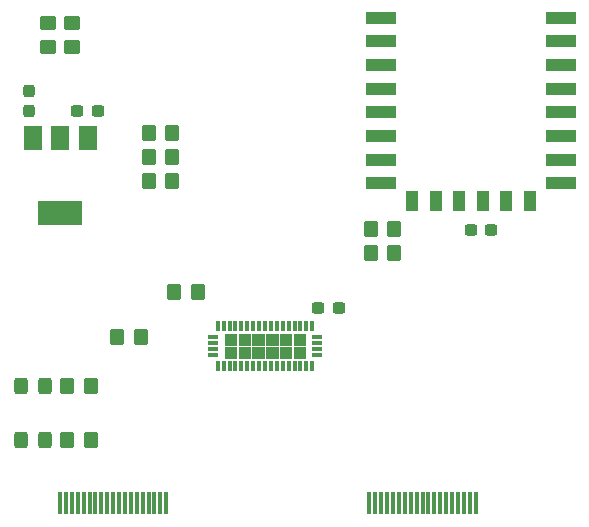
<source format=gbr>
%TF.GenerationSoftware,KiCad,Pcbnew,(6.0.10-0)*%
%TF.CreationDate,2022-12-29T22:01:01-08:00*%
%TF.ProjectId,HDMI-MUX,48444d49-2d4d-4555-982e-6b696361645f,rev?*%
%TF.SameCoordinates,Original*%
%TF.FileFunction,Paste,Top*%
%TF.FilePolarity,Positive*%
%FSLAX46Y46*%
G04 Gerber Fmt 4.6, Leading zero omitted, Abs format (unit mm)*
G04 Created by KiCad (PCBNEW (6.0.10-0)) date 2022-12-29 22:01:01*
%MOMM*%
%LPD*%
G01*
G04 APERTURE LIST*
G04 Aperture macros list*
%AMRoundRect*
0 Rectangle with rounded corners*
0 $1 Rounding radius*
0 $2 $3 $4 $5 $6 $7 $8 $9 X,Y pos of 4 corners*
0 Add a 4 corners polygon primitive as box body*
4,1,4,$2,$3,$4,$5,$6,$7,$8,$9,$2,$3,0*
0 Add four circle primitives for the rounded corners*
1,1,$1+$1,$2,$3*
1,1,$1+$1,$4,$5*
1,1,$1+$1,$6,$7*
1,1,$1+$1,$8,$9*
0 Add four rect primitives between the rounded corners*
20,1,$1+$1,$2,$3,$4,$5,0*
20,1,$1+$1,$4,$5,$6,$7,0*
20,1,$1+$1,$6,$7,$8,$9,0*
20,1,$1+$1,$8,$9,$2,$3,0*%
G04 Aperture macros list end*
%ADD10C,0.010000*%
%ADD11RoundRect,0.237500X-0.300000X-0.237500X0.300000X-0.237500X0.300000X0.237500X-0.300000X0.237500X0*%
%ADD12RoundRect,0.237500X0.237500X-0.300000X0.237500X0.300000X-0.237500X0.300000X-0.237500X-0.300000X0*%
%ADD13RoundRect,0.250000X-0.450000X0.350000X-0.450000X-0.350000X0.450000X-0.350000X0.450000X0.350000X0*%
%ADD14R,1.500000X2.000000*%
%ADD15R,3.800000X2.000000*%
%ADD16RoundRect,0.250000X-0.325000X-0.450000X0.325000X-0.450000X0.325000X0.450000X-0.325000X0.450000X0*%
%ADD17RoundRect,0.250000X-0.350000X-0.450000X0.350000X-0.450000X0.350000X0.450000X-0.350000X0.450000X0*%
%ADD18RoundRect,0.008100X-0.126900X0.421900X-0.126900X-0.421900X0.126900X-0.421900X0.126900X0.421900X0*%
%ADD19RoundRect,0.008100X-0.421900X-0.126900X0.421900X-0.126900X0.421900X0.126900X-0.421900X0.126900X0*%
%ADD20R,0.300000X1.900000*%
%ADD21RoundRect,0.250000X0.350000X0.450000X-0.350000X0.450000X-0.350000X-0.450000X0.350000X-0.450000X0*%
%ADD22RoundRect,0.237500X0.300000X0.237500X-0.300000X0.237500X-0.300000X-0.237500X0.300000X-0.237500X0*%
%ADD23R,2.500000X1.000000*%
%ADD24R,1.000000X1.800000*%
G04 APERTURE END LIST*
%TO.C,U3*%
G36*
X47795250Y-48324500D02*
G01*
X46825250Y-48324500D01*
X46825250Y-47404500D01*
X47795250Y-47404500D01*
X47795250Y-48324500D01*
G37*
D10*
X47795250Y-48324500D02*
X46825250Y-48324500D01*
X46825250Y-47404500D01*
X47795250Y-47404500D01*
X47795250Y-48324500D01*
G36*
X44285250Y-48324500D02*
G01*
X43315250Y-48324500D01*
X43315250Y-47404500D01*
X44285250Y-47404500D01*
X44285250Y-48324500D01*
G37*
X44285250Y-48324500D02*
X43315250Y-48324500D01*
X43315250Y-47404500D01*
X44285250Y-47404500D01*
X44285250Y-48324500D01*
G36*
X48965250Y-49444500D02*
G01*
X47995250Y-49444500D01*
X47995250Y-48524500D01*
X48965250Y-48524500D01*
X48965250Y-49444500D01*
G37*
X48965250Y-49444500D02*
X47995250Y-49444500D01*
X47995250Y-48524500D01*
X48965250Y-48524500D01*
X48965250Y-49444500D01*
G36*
X47795250Y-49444500D02*
G01*
X46825250Y-49444500D01*
X46825250Y-48524500D01*
X47795250Y-48524500D01*
X47795250Y-49444500D01*
G37*
X47795250Y-49444500D02*
X46825250Y-49444500D01*
X46825250Y-48524500D01*
X47795250Y-48524500D01*
X47795250Y-49444500D01*
G36*
X44285250Y-49444500D02*
G01*
X43315250Y-49444500D01*
X43315250Y-48524500D01*
X44285250Y-48524500D01*
X44285250Y-49444500D01*
G37*
X44285250Y-49444500D02*
X43315250Y-49444500D01*
X43315250Y-48524500D01*
X44285250Y-48524500D01*
X44285250Y-49444500D01*
G36*
X43115250Y-48324500D02*
G01*
X42145250Y-48324500D01*
X42145250Y-47404500D01*
X43115250Y-47404500D01*
X43115250Y-48324500D01*
G37*
X43115250Y-48324500D02*
X42145250Y-48324500D01*
X42145250Y-47404500D01*
X43115250Y-47404500D01*
X43115250Y-48324500D01*
G36*
X43115250Y-49444500D02*
G01*
X42145250Y-49444500D01*
X42145250Y-48524500D01*
X43115250Y-48524500D01*
X43115250Y-49444500D01*
G37*
X43115250Y-49444500D02*
X42145250Y-49444500D01*
X42145250Y-48524500D01*
X43115250Y-48524500D01*
X43115250Y-49444500D01*
G36*
X46625250Y-48324500D02*
G01*
X45655250Y-48324500D01*
X45655250Y-47404500D01*
X46625250Y-47404500D01*
X46625250Y-48324500D01*
G37*
X46625250Y-48324500D02*
X45655250Y-48324500D01*
X45655250Y-47404500D01*
X46625250Y-47404500D01*
X46625250Y-48324500D01*
G36*
X46625250Y-49444500D02*
G01*
X45655250Y-49444500D01*
X45655250Y-48524500D01*
X46625250Y-48524500D01*
X46625250Y-49444500D01*
G37*
X46625250Y-49444500D02*
X45655250Y-49444500D01*
X45655250Y-48524500D01*
X46625250Y-48524500D01*
X46625250Y-49444500D01*
G36*
X48965250Y-48324500D02*
G01*
X47995250Y-48324500D01*
X47995250Y-47404500D01*
X48965250Y-47404500D01*
X48965250Y-48324500D01*
G37*
X48965250Y-48324500D02*
X47995250Y-48324500D01*
X47995250Y-47404500D01*
X48965250Y-47404500D01*
X48965250Y-48324500D01*
G36*
X45455250Y-48324500D02*
G01*
X44485250Y-48324500D01*
X44485250Y-47404500D01*
X45455250Y-47404500D01*
X45455250Y-48324500D01*
G37*
X45455250Y-48324500D02*
X44485250Y-48324500D01*
X44485250Y-47404500D01*
X45455250Y-47404500D01*
X45455250Y-48324500D01*
G36*
X45455250Y-49444500D02*
G01*
X44485250Y-49444500D01*
X44485250Y-48524500D01*
X45455250Y-48524500D01*
X45455250Y-49444500D01*
G37*
X45455250Y-49444500D02*
X44485250Y-49444500D01*
X44485250Y-48524500D01*
X45455250Y-48524500D01*
X45455250Y-49444500D01*
%TD*%
D11*
%TO.C,C3*%
X29674750Y-28491250D03*
X31399750Y-28491250D03*
%TD*%
D12*
%TO.C,C2*%
X25537250Y-28543750D03*
X25537250Y-26818750D03*
%TD*%
D13*
%TO.C,R1*%
X27217250Y-21091250D03*
X27217250Y-23091250D03*
%TD*%
%TO.C,R2*%
X29207250Y-21081250D03*
X29207250Y-23081250D03*
%TD*%
D14*
%TO.C,U2*%
X30527250Y-30831250D03*
X28227250Y-30831250D03*
D15*
X28227250Y-37131250D03*
D14*
X25927250Y-30831250D03*
%TD*%
D16*
%TO.C,D2*%
X24883000Y-56388000D03*
X26933000Y-56388000D03*
%TD*%
%TO.C,D1*%
X24880500Y-51788000D03*
X26930500Y-51788000D03*
%TD*%
D17*
%TO.C,R6*%
X28785500Y-56388000D03*
X30785500Y-56388000D03*
%TD*%
%TO.C,R5*%
X28785500Y-51788000D03*
X30785500Y-51788000D03*
%TD*%
D18*
%TO.C,U3*%
X49555250Y-46739500D03*
X49055250Y-46739500D03*
X48555250Y-46739500D03*
X48055250Y-46739500D03*
X47555250Y-46739500D03*
X47055250Y-46739500D03*
X46555250Y-46739500D03*
X46055250Y-46739500D03*
X45555250Y-46739500D03*
X45055250Y-46739500D03*
X44555250Y-46739500D03*
X44055250Y-46739500D03*
X43555250Y-46739500D03*
X43055250Y-46739500D03*
X42555250Y-46739500D03*
X42055250Y-46739500D03*
X41555250Y-46739500D03*
D19*
X41120250Y-47674500D03*
X41120250Y-48174500D03*
X41120250Y-48674500D03*
X41120250Y-49174500D03*
D18*
X41555250Y-50109500D03*
X42055250Y-50109500D03*
X42555250Y-50109500D03*
X43055250Y-50109500D03*
X43555250Y-50109500D03*
X44055250Y-50109500D03*
X44555250Y-50109500D03*
X45055250Y-50109500D03*
X45555250Y-50109500D03*
X46055250Y-50109500D03*
X46555250Y-50109500D03*
X47055250Y-50109500D03*
X47555250Y-50109500D03*
X48055250Y-50109500D03*
X48555250Y-50109500D03*
X49055250Y-50109500D03*
X49555250Y-50109500D03*
D19*
X49990250Y-49174500D03*
X49990250Y-48674500D03*
X49990250Y-48174500D03*
X49990250Y-47674500D03*
%TD*%
D20*
%TO.C,J5*%
X37196000Y-61722000D03*
X36696000Y-61722000D03*
X36196000Y-61722000D03*
X35696000Y-61722000D03*
X35196000Y-61722000D03*
X34696000Y-61722000D03*
X34196000Y-61722000D03*
X33696000Y-61722000D03*
X33196000Y-61722000D03*
X32696000Y-61722000D03*
X32196000Y-61722000D03*
X31696000Y-61722000D03*
X31196000Y-61722000D03*
X30696000Y-61722000D03*
X30196000Y-61722000D03*
X29696000Y-61722000D03*
X29196000Y-61722000D03*
X28696000Y-61722000D03*
X28196000Y-61722000D03*
%TD*%
%TO.C,J4*%
X63396000Y-61722000D03*
X62896000Y-61722000D03*
X62396000Y-61722000D03*
X61896000Y-61722000D03*
X61396000Y-61722000D03*
X60896000Y-61722000D03*
X60396000Y-61722000D03*
X59896000Y-61722000D03*
X59396000Y-61722000D03*
X58896000Y-61722000D03*
X58396000Y-61722000D03*
X57896000Y-61722000D03*
X57396000Y-61722000D03*
X56896000Y-61722000D03*
X56396000Y-61722000D03*
X55896000Y-61722000D03*
X55396000Y-61722000D03*
X54896000Y-61722000D03*
X54396000Y-61722000D03*
%TD*%
D21*
%TO.C,R10*%
X37703000Y-34417000D03*
X35703000Y-34417000D03*
%TD*%
D17*
%TO.C,R7*%
X56499000Y-40513000D03*
X54499000Y-40513000D03*
%TD*%
D22*
%TO.C,C4*%
X50064500Y-45212000D03*
X51789500Y-45212000D03*
%TD*%
D21*
%TO.C,R9*%
X35036000Y-47625000D03*
X33036000Y-47625000D03*
%TD*%
D22*
%TO.C,C1*%
X64717000Y-38608000D03*
X62992000Y-38608000D03*
%TD*%
D21*
%TO.C,R11*%
X39862000Y-43815000D03*
X37862000Y-43815000D03*
%TD*%
D17*
%TO.C,R3*%
X35703000Y-30353000D03*
X37703000Y-30353000D03*
%TD*%
D21*
%TO.C,R8*%
X35703000Y-32385000D03*
X37703000Y-32385000D03*
%TD*%
D17*
%TO.C,R4*%
X54499000Y-38481000D03*
X56499000Y-38481000D03*
%TD*%
D23*
%TO.C,U1*%
X55392000Y-20630000D03*
X55392000Y-22630000D03*
X55392000Y-24630000D03*
X55392000Y-26630000D03*
X55392000Y-28630000D03*
X55392000Y-30630000D03*
X55392000Y-32630000D03*
X55392000Y-34630000D03*
D24*
X57992000Y-36130000D03*
X59992000Y-36130000D03*
X61992000Y-36130000D03*
X63992000Y-36130000D03*
X65992000Y-36130000D03*
X67992000Y-36130000D03*
D23*
X70592000Y-34630000D03*
X70592000Y-32630000D03*
X70592000Y-30630000D03*
X70592000Y-28630000D03*
X70592000Y-26630000D03*
X70592000Y-24630000D03*
X70592000Y-22630000D03*
X70592000Y-20630000D03*
%TD*%
M02*

</source>
